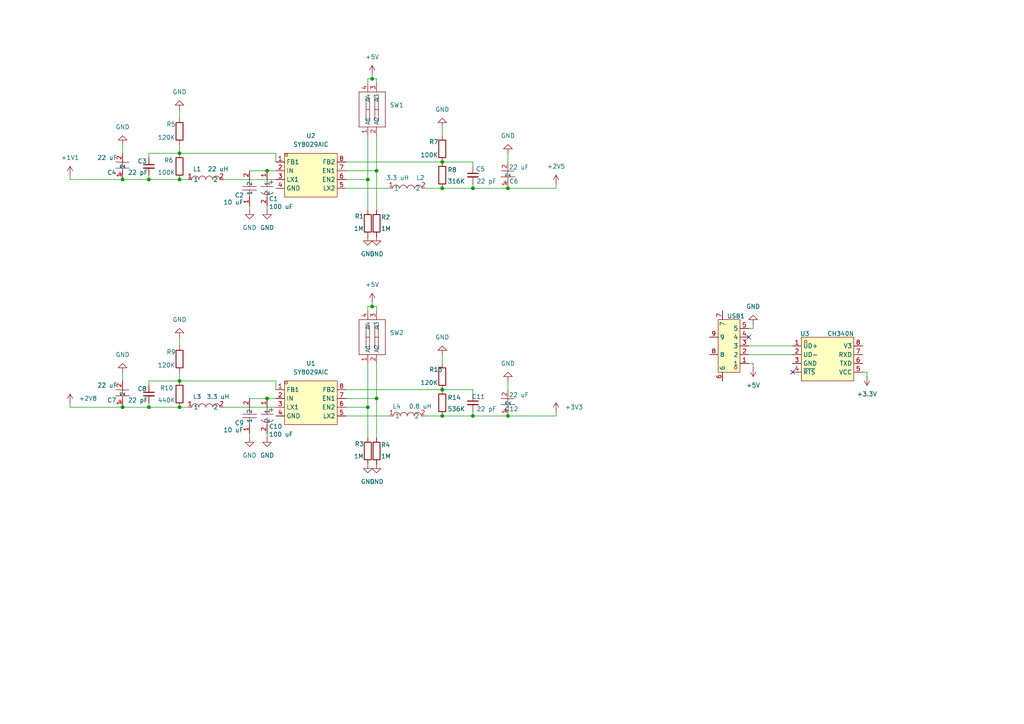
<source format=kicad_sch>
(kicad_sch (version 20250114) (generator "eeschema") (generator_version "9.0")
  (paper "A4")
  (lib_symbols
    (symbol "0.8uH-inductor:XR1040-R80M"
      (property "Reference" "U" (at 0 5.08 0))
      (property "Value" "XR1040-R80M" (at 0 -5.08 0))
      (symbol "XR1040-R80M_0_1"
        (arc (start -4.06 -0.01) (mid -2.83 0.99) (end -2.03 0.01))
        (arc (start -2.03 -0.01) (mid -0.8 0.99) (end 0 0.01))
        (arc (start 0 -0.01) (mid 1.23 0.99) (end 2.03 0.01))
        (arc (start 2.03 -0.01) (mid 3.26 0.99) (end 4.06 0.01))
        (pin unspecified line (at -5.08 0 0) (length 1.016) (name "1") (number "1"))
        (pin unspecified line (at 5.08 0 180) (length 1.016) (name "2") (number "2"))
      )
    )
    (symbol "100uF-capacitor:RST100UF16V003"
      (property "Reference" "C" (at 0 5.08 0))
      (property "Value" "RST100UF16V003" (at 0 -5.08 0))
      (symbol "RST100UF16V003_0_1"
        (polyline (pts (xy -2.54 0) (xy -0.51 0)))
        (polyline (pts (xy -2.29 1.27) (xy -1.27 1.27)))
        (polyline (pts (xy -1.78 1.78) (xy -1.78 0.76)))
        (arc (start 1.15 1.79) (mid 1.8578 0.0159) (end 1.13 -1.75))
        (polyline (pts (xy -0.51 1.78) (xy -0.51 -1.78)))
        (polyline (pts (xy 0.51 0) (xy 2.54 0)))
        (pin input line (at -5.08 0 0) (length 2.54) (name "1") (number "1"))
        (pin input line (at 5.08 0 180) (length 2.54) (name "2") (number "2"))
      )
    )
    (symbol "10uF-capacitor:CL10A106KP8NNNC"
      (property "Reference" "C" (at 0 5.08 0))
      (property "Value" "CL10A106KP8NNNC" (at 0 -5.08 0))
      (symbol "CL10A106KP8NNNC_0_1"
        (polyline (pts (xy -0.51 0) (xy -2.54 0)))
        (polyline (pts (xy -0.51 -2.03) (xy -0.51 2.03)))
        (polyline (pts (xy 0.51 2.03) (xy 0.51 -2.03)))
        (polyline (pts (xy 2.54 0) (xy 0.51 0)))
        (pin unspecified line (at -5.08 0 0) (length 2.54) (name "1") (number "1"))
        (pin unspecified line (at 5.08 0 180) (length 2.54) (name "2") (number "2"))
      )
    )
    (symbol "22uF-capacitor:VZH220M0J0406-TRO"
      (property "Reference" "C" (at 0 5.08 0))
      (property "Value" "VZH220M0J0406-TRO" (at 0 -5.08 0))
      (symbol "VZH220M0J0406-TRO_0_1"
        (polyline (pts (xy -3.81 0.76) (xy -2.79 0.76)))
        (polyline (pts (xy -3.3 1.27) (xy -3.3 0.25)))
        (polyline (pts (xy -2.54 0) (xy -1.78 0)))
        (polyline (pts (xy -1.78 2.03) (xy -1.78 -2.03)))
        (polyline (pts (xy -0.76 0) (xy 0 0)))
        (arc (start -0.06 -1.83) (mid -0.082 0.0626) (end 0.06 1.95))
        (pin input line (at -5.08 0 0) (length 2.54) (name "1") (number "1"))
        (pin input line (at 2.54 0 180) (length 2.54) (name "2") (number "2"))
      )
    )
    (symbol "22uH-inductor:MDA1365-220M"
      (property "Reference" "L" (at 0 5.08 0))
      (property "Value" "MDA1365-220M" (at 0 -5.08 0))
      (symbol "MDA1365-220M_0_1"
        (arc (start -4.06 -0.01) (mid -2.83 0.99) (end -2.03 0.01))
        (arc (start -2.03 -0.01) (mid -0.8 0.99) (end 0 0.01))
        (arc (start 0 -0.01) (mid 1.23 0.99) (end 2.03 0.01))
        (arc (start 2.03 -0.01) (mid 3.26 0.99) (end 4.06 0.01))
        (pin unspecified line (at -5.08 0 0) (length 1.016) (name "1") (number "1"))
        (pin unspecified line (at 5.08 0 180) (length 1.016) (name "2") (number "2"))
      )
    )
    (symbol "3.3uH-inductor:FXL0420-3R3-M"
      (property "Reference" "L" (at 0 5.08 0))
      (property "Value" "FXL0420-3R3-M" (at 0 -5.08 0))
      (symbol "FXL0420-3R3-M_0_1"
        (arc (start -2.27 -0.02) (mid -3.28 -0.937) (end -4.29 -0.02))
        (arc (start -0.11 -0.02) (mid -1.12 -0.937) (end -2.13 -0.02))
        (arc (start 2.04 -0.02) (mid 1.03 -0.937) (end 0.02 -0.02))
        (arc (start 4.23 -0.02) (mid 3.22 -0.9448) (end 2.21 -0.02))
        (pin unspecified line (at -5.08 0 0) (length 0.762) (name "1") (number "1"))
        (pin unspecified line (at 5.08 0 180) (length 0.762) (name "2") (number "2"))
      )
    )
    (symbol "DIP-switch:KF1027B-02P-G00-ON-01B"
      (property "Reference" "SW" (at 0 12.7 0))
      (property "Value" "KF1027B-02P-G00-ON-01B" (at 0 -12.7 0))
      (symbol "KF1027B-02P-G00-ON-01B_0_1"
        (polyline (pts (xy -5.08 5.08) (xy -5.08 -5.08)))
        (polyline (pts (xy -5.08 -5.08) (xy 2.54 -5.08)))
        (polyline (pts (xy -3.05 3.3) (xy -2.03 3.3)))
        (polyline (pts (xy -3.05 0) (xy -2.03 0)))
        (polyline (pts (xy -3.05 -3.3) (xy -3.05 3.3)))
        (polyline (pts (xy -2.03 3.3) (xy -2.03 -3.3)))
        (polyline (pts (xy -2.03 -3.3) (xy -3.05 -3.3)))
        (polyline (pts (xy -0.51 3.3) (xy 0.51 3.3)))
        (polyline (pts (xy -0.51 0) (xy 0.51 0)))
        (polyline (pts (xy -0.51 -3.3) (xy -0.51 3.3)))
        (polyline (pts (xy 0.51 3.3) (xy 0.51 -3.3)))
        (polyline (pts (xy 0.51 -3.3) (xy -0.51 -3.3)))
        (polyline (pts (xy 2.54 -5.08) (xy 2.54 5.08) (xy -5.08 5.08)))
        (pin input line (at -2.54 7.62 270) (length 2.54) (name "A4") (number "4"))
        (pin input line (at -2.54 -7.62 90) (length 2.54) (name "A1") (number "1"))
        (pin input line (at 0 7.62 270) (length 2.54) (name "A3") (number "3"))
        (pin input line (at 0 -7.62 90) (length 2.54) (name "A2") (number "2"))
      )
    )
    (symbol "Device:C_Small" (pin_numbers (hide yes)) (pin_names (offset 0.254) (hide yes))
      (property "Reference" "C" (at 0.254 1.778 0))
      (property "Value" "C_Small" (at 0.254 -2.032 0))
      (symbol "C_Small_0_1"
        (polyline (pts (xy -1.524 0.508) (xy 1.524 0.508)) (stroke (width 0.3048)))
        (polyline (pts (xy -1.524 -0.508) (xy 1.524 -0.508)) (stroke (width 0.3302)))
      )
      (symbol "C_Small_1_1"
        (pin passive line (at 0 2.54 270) (length 2.032) (name "~") (number "1"))
        (pin passive line (at 0 -2.54 90) (length 2.032) (name "~") (number "2"))
      )
    )
    (symbol "Device:R" (pin_numbers (hide yes)) (pin_names (offset 0))
      (property "Reference" "R" (at 2.032 0 90))
      (property "Value" "R" (at 0 0 90))
      (symbol "R_0_1"
        (rectangle (start -1.016 -2.54) (end 1.016 2.54) (stroke (width 0.254)))
      )
      (symbol "R_1_1"
        (pin passive line (at 0 3.81 270) (length 1.27) (name "~") (number "1"))
        (pin passive line (at 0 -3.81 90) (length 1.27) (name "~") (number "2"))
      )
    )
    (symbol "Stepdown-converter:SY8029AIC"
      (property "Reference" "U" (at 0 8.89 0))
      (property "Value" "SY8029AIC" (at 0 -8.89 0))
      (symbol "SY8029AIC_0_1"
        (rectangle (start -7.62 6.35) (end 7.62 -6.35) (fill (type background)))
        (circle (center -7.11 5.84) (radius 0.38))
        (pin unspecified line (at -10.16 3.81 0) (length 2.54) (name "FB1") (number "1"))
        (pin unspecified line (at -10.16 1.27 0) (length 2.54) (name "IN") (number "2"))
        (pin unspecified line (at -10.16 -1.27 0) (length 2.54) (name "LX1") (number "3"))
        (pin unspecified line (at -10.16 -3.81 0) (length 2.54) (name "GND") (number "4"))
        (pin unspecified line (at 10.16 3.81 180) (length 2.54) (name "FB2") (number "8"))
        (pin unspecified line (at 10.16 1.27 180) (length 2.54) (name "EN1") (number "7"))
        (pin unspecified line (at 10.16 -1.27 180) (length 2.54) (name "EN2") (number "6"))
        (pin unspecified line (at 10.16 -3.81 180) (length 2.54) (name "LX2") (number "5"))
      )
    )
    (symbol "USB-to-UART:CH340N_C2977777"
      (property "Reference" "U" (at 0 10.16 0))
      (property "Value" "CH340N_C2977777" (at 0 -7.62 0))
      (symbol "CH340N_C2977777_0_1"
        (rectangle (start -7.62 7.62) (end 7.62 -5.08) (fill (type background)))
        (circle (center -6.35 6.35) (radius 0.38))
        (pin unspecified line (at -10.16 5.08 0) (length 2.54) (name "UD+") (number "1"))
        (pin unspecified line (at -10.16 2.54 0) (length 2.54) (name "UD-") (number "2"))
        (pin unspecified line (at -10.16 0 0) (length 2.54) (name "GND") (number "3"))
        (pin unspecified line (at -10.16 -2.54 0) (length 2.54) (name "~{RTS}") (number "4"))
        (pin unspecified line (at 10.16 5.08 180) (length 2.54) (name "V3") (number "8"))
        (pin unspecified line (at 10.16 2.54 180) (length 2.54) (name "RXD") (number "7"))
        (pin unspecified line (at 10.16 0 180) (length 2.54) (name "TXD") (number "6"))
        (pin unspecified line (at 10.16 -2.54 180) (length 2.54) (name "VCC") (number "5"))
      )
    )
    (symbol "USB:USB-MR-D-019"
      (property "Reference" "USB" (at 0 15.24 0))
      (property "Value" "USB-MR-D-019" (at 0 -15.24 0))
      (symbol "USB-MR-D-019_0_1"
        (rectangle (start -2.54 7.62) (end 3.81 -7.62) (fill (type background)))
        (circle (center -1.27 6.35) (radius 0.38))
        (pin unspecified line (at -5.08 5.08 0) (length 2.54) (name "1") (number "1"))
        (pin unspecified line (at -5.08 2.54 0) (length 2.54) (name "2") (number "2"))
        (pin unspecified line (at -5.08 0 0) (length 2.54) (name "3") (number "3"))
        (pin unspecified line (at -5.08 -2.54 0) (length 2.54) (name "4") (number "4"))
        (pin unspecified line (at -5.08 -5.08 0) (length 2.54) (name "5") (number "5"))
        (pin unspecified line (at 2.54 10.16 270) (length 2.54) (name "6") (number "6"))
        (pin unspecified line (at 2.54 -10.16 90) (length 2.54) (name "7") (number "7"))
        (pin unspecified line (at 6.35 2.54 180) (length 2.54) (name "8") (number "8"))
        (pin unspecified line (at 6.35 -2.54 180) (length 2.54) (name "9") (number "9"))
      )
    )
    (symbol "power:+1V1" (power) (pin_numbers (hide yes)) (pin_names (offset 0) (hide yes))
      (property "Value" "+1V1" (at 0 3.556 0))
      (symbol "+1V1_0_1"
        (polyline (pts (xy -0.762 1.27) (xy 0 2.54)))
        (polyline (pts (xy 0 2.54) (xy 0.762 1.27)))
        (polyline (pts (xy 0 0) (xy 0 2.54)))
      )
      (symbol "+1V1_1_1"
        (pin power_in line (at 0 0 90) (length 0) (name "~") (number "1"))
      )
    )
    (symbol "power:+3.3V" (power) (pin_numbers (hide yes)) (pin_names (offset 0) (hide yes))
      (property "Value" "+3.3V" (at 0 3.556 0))
      (symbol "+3.3V_0_1"
        (polyline (pts (xy -0.762 1.27) (xy 0 2.54)))
        (polyline (pts (xy 0 2.54) (xy 0.762 1.27)))
        (polyline (pts (xy 0 0) (xy 0 2.54)))
      )
      (symbol "+3.3V_1_1"
        (pin power_in line (at 0 0 90) (length 0) (name "~") (number "1"))
      )
    )
    (symbol "power:+5V" (power) (pin_numbers (hide yes)) (pin_names (offset 0) (hide yes))
      (property "Value" "+5V" (at 0 3.556 0))
      (symbol "+5V_0_1"
        (polyline (pts (xy -0.762 1.27) (xy 0 2.54)))
        (polyline (pts (xy 0 2.54) (xy 0.762 1.27)))
        (polyline (pts (xy 0 0) (xy 0 2.54)))
      )
      (symbol "+5V_1_1"
        (pin power_in line (at 0 0 90) (length 0) (name "~") (number "1"))
      )
    )
    (symbol "power:GND" (power) (pin_numbers (hide yes)) (pin_names (offset 0) (hide yes))
      (property "Value" "GND" (at 0 -3.81 0))
      (symbol "GND_0_1"
        (polyline (pts (xy 0 0) (xy 0 -1.27) (xy 1.27 -1.27) (xy 0 -2.54) (xy -1.27 -1.27) (xy 0 -1.27)))
      )
      (symbol "GND_1_1"
        (pin power_in line (at 0 0 270) (length 0) (name "~") (number "1"))
      )
    )
  )
  (junction (at 77.47 49.53))
  (junction (at 109.22 115.57))
  (junction (at 128.27 46.99))
  (junction (at 107.95 88.9))
  (junction (at 43.18 52.07))
  (junction (at 128.27 113.03))
  (junction (at 52.07 52.07))
  (junction (at 137.16 120.65))
  (junction (at 106.68 118.11))
  (junction (at 128.27 54.61))
  (junction (at 35.56 118.11))
  (junction (at 43.18 118.11))
  (junction (at 35.56 52.07))
  (junction (at 107.95 22.86))
  (junction (at 52.07 44.45))
  (junction (at 77.47 115.57))
  (junction (at 52.07 110.49))
  (junction (at 137.16 54.61))
  (junction (at 147.32 120.65))
  (junction (at 106.68 52.07))
  (junction (at 147.32 54.61))
  (junction (at 109.22 49.53))
  (junction (at 52.07 118.11))
  (junction (at 128.27 120.65))
  (no_connect (at 217.17 97.79))
  (no_connect (at 229.87 107.95))
  (wire (pts (xy 137.16 120.65) (xy 137.16 119.38)))
  (wire (pts (xy 100.33 113.03) (xy 128.27 113.03)))
  (wire (pts (xy 64.77 52.07) (xy 80.01 52.07)))
  (wire (pts (xy 106.68 88.9) (xy 107.95 88.9)))
  (wire (pts (xy 100.33 46.99) (xy 128.27 46.99)))
  (wire (pts (xy 77.47 115.57) (xy 80.01 115.57)))
  (wire (pts (xy 107.95 87.63) (xy 107.95 88.9)))
  (wire (pts (xy 128.27 54.61) (xy 137.16 54.61)))
  (wire (pts (xy 52.07 97.79) (xy 52.07 100.33)))
  (wire (pts (xy 109.22 60.96) (xy 109.22 49.53)))
  (wire (pts (xy 128.27 120.65) (xy 137.16 120.65)))
  (wire (pts (xy 109.22 115.57) (xy 100.33 115.57)))
  (wire (pts (xy 80.01 46.99) (xy 80.01 44.45)))
  (wire (pts (xy 218.44 106.68) (xy 218.44 105.41)))
  (wire (pts (xy 80.01 110.49) (xy 52.07 110.49)))
  (wire (pts (xy 106.68 118.11) (xy 100.33 118.11)))
  (wire (pts (xy 161.29 120.65) (xy 147.32 120.65)))
  (wire (pts (xy 109.22 105.41) (xy 109.22 115.57)))
  (wire (pts (xy 217.17 100.33) (xy 229.87 100.33)))
  (wire (pts (xy 137.16 54.61) (xy 147.32 54.61)))
  (wire (pts (xy 161.29 54.61) (xy 147.32 54.61)))
  (wire (pts (xy 106.68 127) (xy 106.68 118.11)))
  (wire (pts (xy 80.01 44.45) (xy 52.07 44.45)))
  (wire (pts (xy 35.56 107.95) (xy 35.56 110.49)))
  (wire (pts (xy 64.77 118.11) (xy 80.01 118.11)))
  (wire (pts (xy 218.44 95.25) (xy 218.44 93.98)))
  (wire (pts (xy 106.68 60.96) (xy 106.68 52.07)))
  (wire (pts (xy 35.56 41.91) (xy 35.56 44.45)))
  (wire (pts (xy 128.27 113.03) (xy 137.16 113.03)))
  (wire (pts (xy 123.19 54.61) (xy 128.27 54.61)))
  (wire (pts (xy 72.39 59.69) (xy 72.39 60.96)))
  (wire (pts (xy 137.16 46.99) (xy 137.16 48.26)))
  (wire (pts (xy 20.32 118.11) (xy 35.56 118.11)))
  (wire (pts (xy 100.33 120.65) (xy 113.03 120.65)))
  (wire (pts (xy 128.27 102.87) (xy 128.27 105.41)))
  (wire (pts (xy 109.22 90.17) (xy 109.22 88.9)))
  (wire (pts (xy 20.32 50.8) (xy 20.32 52.07)))
  (wire (pts (xy 137.16 120.65) (xy 147.32 120.65)))
  (wire (pts (xy 100.33 54.61) (xy 113.03 54.61)))
  (wire (pts (xy 128.27 46.99) (xy 137.16 46.99)))
  (wire (pts (xy 109.22 24.13) (xy 109.22 22.86)))
  (wire (pts (xy 106.68 52.07) (xy 100.33 52.07)))
  (wire (pts (xy 218.44 105.41) (xy 217.17 105.41)))
  (wire (pts (xy 106.68 39.37) (xy 106.68 52.07)))
  (wire (pts (xy 107.95 21.59) (xy 107.95 22.86)))
  (wire (pts (xy 147.32 110.49) (xy 147.32 113.03)))
  (wire (pts (xy 43.18 110.49) (xy 52.07 110.49)))
  (wire (pts (xy 43.18 111.76) (xy 43.18 110.49)))
  (wire (pts (xy 106.68 105.41) (xy 106.68 118.11)))
  (wire (pts (xy 72.39 49.53) (xy 77.47 49.53)))
  (wire (pts (xy 128.27 36.83) (xy 128.27 39.37)))
  (wire (pts (xy 20.32 52.07) (xy 35.56 52.07)))
  (wire (pts (xy 137.16 54.61) (xy 137.16 53.34)))
  (wire (pts (xy 52.07 31.75) (xy 52.07 34.29)))
  (wire (pts (xy 250.19 107.95) (xy 251.46 107.95)))
  (wire (pts (xy 109.22 39.37) (xy 109.22 49.53)))
  (wire (pts (xy 77.47 49.53) (xy 80.01 49.53)))
  (wire (pts (xy 52.07 107.95) (xy 52.07 110.49)))
  (wire (pts (xy 106.68 22.86) (xy 107.95 22.86)))
  (wire (pts (xy 35.56 118.11) (xy 43.18 118.11)))
  (wire (pts (xy 147.32 44.45) (xy 147.32 46.99)))
  (wire (pts (xy 52.07 52.07) (xy 54.61 52.07)))
  (wire (pts (xy 20.32 116.84) (xy 20.32 118.11)))
  (wire (pts (xy 217.17 102.87) (xy 229.87 102.87)))
  (wire (pts (xy 109.22 88.9) (xy 107.95 88.9)))
  (wire (pts (xy 43.18 44.45) (xy 52.07 44.45)))
  (wire (pts (xy 43.18 45.72) (xy 43.18 44.45)))
  (wire (pts (xy 109.22 127) (xy 109.22 115.57)))
  (wire (pts (xy 52.07 118.11) (xy 54.61 118.11)))
  (wire (pts (xy 80.01 113.03) (xy 80.01 110.49)))
  (wire (pts (xy 77.47 59.69) (xy 77.47 60.96)))
  (wire (pts (xy 161.29 119.38) (xy 161.29 120.65)))
  (wire (pts (xy 77.47 125.73) (xy 77.47 127)))
  (wire (pts (xy 109.22 22.86) (xy 107.95 22.86)))
  (wire (pts (xy 217.17 95.25) (xy 218.44 95.25)))
  (wire (pts (xy 106.68 90.17) (xy 106.68 88.9)))
  (wire (pts (xy 251.46 107.95) (xy 251.46 109.22)))
  (wire (pts (xy 137.16 113.03) (xy 137.16 114.3)))
  (wire (pts (xy 52.07 41.91) (xy 52.07 44.45)))
  (wire (pts (xy 72.39 125.73) (xy 72.39 127)))
  (wire (pts (xy 35.56 52.07) (xy 43.18 52.07)))
  (wire (pts (xy 72.39 115.57) (xy 77.47 115.57)))
  (wire (pts (xy 43.18 118.11) (xy 52.07 118.11)))
  (wire (pts (xy 43.18 52.07) (xy 52.07 52.07)))
  (wire (pts (xy 161.29 53.34) (xy 161.29 54.61)))
  (wire (pts (xy 109.22 49.53) (xy 100.33 49.53)))
  (wire (pts (xy 43.18 50.8) (xy 43.18 52.07)))
  (wire (pts (xy 43.18 116.84) (xy 43.18 118.11)))
  (wire (pts (xy 106.68 24.13) (xy 106.68 22.86)))
  (wire (pts (xy 123.19 120.65) (xy 128.27 120.65)))
  (symbol (lib_id "Stepdown-converter:SY8029AIC") (at 90.17 50.8 0) (unit 1)
    (property "Reference" "U2" (at 90.17 39.37 0))
    (property "Value" "SY8029AIC" (at 90.17 41.91 0))
    (property "Footprint" "Stepdown-converter:SOT-23-8_L3.0-W1.7-P0.65-LS2.8-BL" (effects (hide yes)))
    (property "Datasheet" "https://lcsc.com/product-detail/Others_Silergy-Corp_SY8029AIC_Silergy-Corp-SY8029AIC_C207636.html" (effects (hide yes)))
    (property "LCSC Part" "C207636" (effects (hide yes)))
  )
  (symbol (lib_id "Device:R") (at 52.07 104.14 0) (unit 1)
    (property "Reference" "R9" (at 48.26 102.108 0) (effects (justify left)))
    (property "Value" "120K" (at 45.72 105.918 0) (effects (justify left)))
    (property "Footprint" "Resistor_SMD:R_0603_1608Metric_Pad0.98x0.95mm_HandSolder" (effects (hide yes)))
    (property "Description" "Resistor" (effects (hide yes)))
  )
  (symbol (lib_id "Stepdown-converter:SY8029AIC") (at 90.17 116.84 0) (unit 1)
    (property "Reference" "U1" (at 90.17 105.41 0))
    (property "Value" "SY8029AIC" (at 90.17 107.95 0))
    (property "Footprint" "Stepdown-converter:SOT-23-8_L3.0-W1.7-P0.65-LS2.8-BL" (effects (hide yes)))
    (property "Datasheet" "https://lcsc.com/product-detail/Others_Silergy-Corp_SY8029AIC_Silergy-Corp-SY8029AIC_C207636.html" (effects (hide yes)))
    (property "LCSC Part" "C207636" (effects (hide yes)))
  )
  (symbol (lib_id "Device:R") (at 128.27 43.18 0) (unit 1)
    (property "Reference" "R7" (at 124.46 41.148 0) (effects (justify left)))
    (property "Value" "100K" (at 121.92 44.958 0) (effects (justify left)))
    (property "Footprint" "Resistor_SMD:R_0603_1608Metric_Pad0.98x0.95mm_HandSolder" (effects (hide yes)))
    (property "Description" "Resistor" (effects (hide yes)))
  )
  (symbol (lib_id "power:GND") (at 35.56 107.95 0) (mirror x) (unit 1)
    (property "Reference" "#PWR018" (effects (hide yes)))
    (property "Value" "GND" (at 35.56 102.87 0))
    (property "Description" "Power symbol creates a global label with name \"GND\" , ground" (effects (hide yes)))
  )
  (symbol (lib_id "100uF-capacitor:RST100UF16V003") (at 77.47 120.65 270) (unit 1)
    (property "Reference" "C10" (at 77.978 123.698 90) (effects (justify left)))
    (property "Value" "100 uF" (at 77.978 125.984 90) (effects (justify left)))
    (property "Footprint" "100uF-capacitor:CAP-SMD_BD6.3-L6.6-W6.6-FD" (effects (hide yes)))
    (property "LCSC Part" "C4747963" (effects (hide yes)))
  )
  (symbol (lib_id "Device:R") (at 106.68 130.81 0) (unit 1)
    (property "Reference" "R3" (at 102.87 128.778 0) (effects (justify left)))
    (property "Value" "1M" (at 102.616 132.334 0) (effects (justify left)))
    (property "Footprint" "Resistor_SMD:R_0603_1608Metric_Pad0.98x0.95mm_HandSolder" (effects (hide yes)))
    (property "Description" "Resistor" (effects (hide yes)))
  )
  (symbol (lib_id "Device:R") (at 128.27 109.22 0) (unit 1)
    (property "Reference" "R13" (at 124.46 107.188 0) (effects (justify left)))
    (property "Value" "120K" (at 121.92 110.998 0) (effects (justify left)))
    (property "Footprint" "Resistor_SMD:R_0603_1608Metric_Pad0.98x0.95mm_HandSolder" (effects (hide yes)))
    (property "Description" "Resistor" (effects (hide yes)))
  )
  (symbol (lib_id "power:+1V1") (at 20.32 116.84 0) (unit 1)
    (property "Reference" "#PWR017" (effects (hide yes)))
    (property "Value" "+2V8" (at 22.86 115.5699 0) (effects (justify left)))
    (property "Description" "Power symbol creates a global label with name \"+1V1\"" (effects (hide yes)))
  )
  (symbol (lib_id "power:GND") (at 72.39 127 0) (mirror y) (unit 1)
    (property "Reference" "#PWR020" (effects (hide yes)))
    (property "Value" "GND" (at 72.39 132.08 0))
    (property "Description" "Power symbol creates a global label with name \"GND\" , ground" (effects (hide yes)))
  )
  (symbol (lib_id "power:+1V1") (at 161.29 53.34 0) (unit 1)
    (property "Reference" "#PWR016" (effects (hide yes)))
    (property "Value" "+2V5" (at 161.29 48.26 0))
    (property "Description" "Power symbol creates a global label with name \"+1V1\"" (effects (hide yes)))
  )
  (symbol (lib_id "10uF-capacitor:CL10A106KP8NNNC") (at 72.39 54.61 90) (unit 1)
    (property "Reference" "C2" (at 68.072 56.642 90) (effects (justify right)))
    (property "Value" "10 uF" (at 64.77 58.674 90) (effects (justify right)))
    (property "Footprint" "10uF-capacitor:C0603" (effects (hide yes)))
    (property "Datasheet" "https://lcsc.com/product-detail/Multilayer-Ceramic-Capacitors-MLCC-SMD-SMT_SAMSUNG_CL10A106KP8NNNC_10uF-106-10-10V_C19702.html" (effects (hide yes)))
    (property "LCSC Part" "C19702" (effects (hide yes)))
  )
  (symbol (lib_id "Device:R") (at 52.07 48.26 0) (unit 1)
    (property "Reference" "R6" (at 50.292 46.482 0) (effects (justify right)))
    (property "Value" "100K" (at 45.72 50.038 0) (effects (justify left)))
    (property "Footprint" "Resistor_SMD:R_0603_1608Metric_Pad0.98x0.95mm_HandSolder" (effects (hide yes)))
    (property "Description" "Resistor" (effects (hide yes)))
  )
  (symbol (lib_id "power:GND") (at 147.32 110.49 0) (mirror x) (unit 1)
    (property "Reference" "#PWR026" (effects (hide yes)))
    (property "Value" "GND" (at 147.32 105.41 0))
    (property "Description" "Power symbol creates a global label with name \"GND\" , ground" (effects (hide yes)))
  )
  (symbol (lib_id "DIP-switch:KF1027B-02P-G00-ON-01B") (at 109.22 31.75 0) (unit 1)
    (property "Reference" "SW1" (at 113.03 30.4799 0) (effects (justify left)))
    (property "Value" "KF1027B-02P-G00-ON-01B" (effects (hide yes)))
    (property "Footprint" "DIP-switch:SW-SMD_4P-L6.1-W6.2-P2.54-LS10.0" (effects (hide yes)))
    (property "LCSC Part" "C976364" (effects (hide yes)))
  )
  (symbol (lib_id "10uF-capacitor:CL10A106KP8NNNC") (at 72.39 120.65 90) (unit 1)
    (property "Reference" "C9" (at 68.072 122.682 90) (effects (justify right)))
    (property "Value" "10 uF" (at 64.77 124.714 90) (effects (justify right)))
    (property "Footprint" "10uF-capacitor:C0603" (effects (hide yes)))
    (property "Datasheet" "https://lcsc.com/product-detail/Multilayer-Ceramic-Capacitors-MLCC-SMD-SMT_SAMSUNG_CL10A106KP8NNNC_10uF-106-10-10V_C19702.html" (effects (hide yes)))
    (property "LCSC Part" "C19702" (effects (hide yes)))
  )
  (symbol (lib_id "power:GND") (at 218.44 93.98 180) (unit 1)
    (property "Reference" "#PWR06" (effects (hide yes)))
    (property "Value" "GND" (at 218.44 88.9 0))
    (property "Description" "Power symbol creates a global label with name \"GND\" , ground" (effects (hide yes)))
  )
  (symbol (lib_id "power:GND") (at 52.07 31.75 0) (mirror x) (unit 1)
    (property "Reference" "#PWR09" (effects (hide yes)))
    (property "Value" "GND" (at 52.07 26.67 0))
    (property "Description" "Power symbol creates a global label with name \"GND\" , ground" (effects (hide yes)))
  )
  (symbol (lib_id "Device:R") (at 109.22 64.77 0) (unit 1)
    (property "Reference" "R2" (at 110.49 62.992 0) (effects (justify left)))
    (property "Value" "1M" (at 110.49 66.294 0) (effects (justify left)))
    (property "Footprint" "Resistor_SMD:R_0603_1608Metric_Pad0.98x0.95mm_HandSolder" (effects (hide yes)))
    (property "Description" "Resistor" (effects (hide yes)))
  )
  (symbol (lib_id "Device:R") (at 128.27 116.84 0) (unit 1)
    (property "Reference" "R14" (at 129.794 115.316 0) (effects (justify left)))
    (property "Value" "536K" (at 129.794 118.618 0) (effects (justify left)))
    (property "Footprint" "Resistor_SMD:R_0603_1608Metric_Pad0.98x0.95mm_HandSolder" (effects (hide yes)))
    (property "Description" "Resistor" (effects (hide yes)))
  )
  (symbol (lib_id "Device:R") (at 52.07 114.3 0) (unit 1)
    (property "Reference" "R10" (at 50.292 112.522 0) (effects (justify right)))
    (property "Value" "440K" (at 45.72 116.078 0) (effects (justify left)))
    (property "Footprint" "Resistor_SMD:R_0603_1608Metric_Pad0.98x0.95mm_HandSolder" (effects (hide yes)))
    (property "Description" "Resistor" (effects (hide yes)))
  )
  (symbol (lib_id "Device:R") (at 52.07 38.1 0) (unit 1)
    (property "Reference" "R5" (at 48.26 36.068 0) (effects (justify left)))
    (property "Value" "120K" (at 45.72 39.878 0) (effects (justify left)))
    (property "Footprint" "Resistor_SMD:R_0603_1608Metric_Pad0.98x0.95mm_HandSolder" (effects (hide yes)))
    (property "Description" "Resistor" (effects (hide yes)))
  )
  (symbol (lib_id "100uF-capacitor:RST100UF16V003") (at 77.47 54.61 270) (unit 1)
    (property "Reference" "C1" (at 77.978 57.658 90) (effects (justify left)))
    (property "Value" "100 uF" (at 77.978 59.944 90) (effects (justify left)))
    (property "Footprint" "100uF-capacitor:CAP-SMD_BD6.3-L6.6-W6.6-FD" (effects (hide yes)))
    (property "LCSC Part" "C4747963" (effects (hide yes)))
  )
  (symbol (lib_id "Device:C_Small") (at 137.16 116.84 0) (mirror y) (unit 1)
    (property "Reference" "C11" (at 140.716 115.062 0) (effects (justify left)))
    (property "Value" "22 pF" (at 144.018 118.618 0) (effects (justify left)))
    (property "Footprint" "Capacitor_SMD:C_0603_1608Metric_Pad1.08x0.95mm_HandSolder" (effects (hide yes)))
    (property "Description" "Unpolarized capacitor, small symbol" (effects (hide yes)))
  )
  (symbol (lib_id "power:GND") (at 147.32 44.45 0) (mirror x) (unit 1)
    (property "Reference" "#PWR015" (effects (hide yes)))
    (property "Value" "GND" (at 147.32 39.37 0))
    (property "Description" "Power symbol creates a global label with name \"GND\" , ground" (effects (hide yes)))
  )
  (symbol (lib_id "0.8uH-inductor:XR1040-R80M") (at 118.11 120.65 0) (unit 1)
    (property "Reference" "L4" (at 115.062 117.856 0))
    (property "Value" "0.8 uH" (at 121.92 117.856 0))
    (property "Footprint" "0.8uH-inductor:IND-SMD_L11.5-W10.0_PSPMAA1040H-330M-ANP" (effects (hide yes)))
    (property "LCSC Part" "C5339442" (effects (hide yes)))
  )
  (symbol (lib_id "power:GND") (at 77.47 60.96 0) (mirror y) (unit 1)
    (property "Reference" "#PWR010" (effects (hide yes)))
    (property "Value" "GND" (at 77.47 66.04 0))
    (property "Description" "Power symbol creates a global label with name \"GND\" , ground" (effects (hide yes)))
  )
  (symbol (lib_id "Device:C_Small") (at 43.18 114.3 0) (unit 1)
    (property "Reference" "C8" (at 39.878 112.776 0) (effects (justify left)))
    (property "Value" "22 pF" (at 37.084 116.078 0) (effects (justify left)))
    (property "Footprint" "Capacitor_SMD:C_0603_1608Metric_Pad1.08x0.95mm_HandSolder" (effects (hide yes)))
    (property "Description" "Unpolarized capacitor, small symbol" (effects (hide yes)))
  )
  (symbol (lib_id "3.3uH-inductor:FXL0420-3R3-M") (at 118.11 54.61 0) (mirror x) (unit 1)
    (property "Reference" "L2" (at 121.92 51.562 0))
    (property "Value" "3.3 uH" (at 115.316 51.562 0))
    (property "Footprint" "3.3uH-inductor:IND-SMD_L4.4-W4.2-A" (effects (hide yes)))
    (property "Datasheet" "https://lcsc.com/product-detail/Power-Inductors_3-3uH-20_C167207.html" (effects (hide yes)))
    (property "LCSC Part" "C167207" (effects (hide yes)))
  )
  (symbol (lib_id "22uF-capacitor:VZH220M0J0406-TRO") (at 147.32 115.57 90) (unit 1)
    (property "Reference" "C12" (at 150.368 118.618 90) (effects (justify left)))
    (property "Value" "22 uF" (at 153.416 114.554 90) (effects (justify left)))
    (property "Footprint" "22uF-capacitor:CAP-SMD_BD4.0-L4.3-W4.3-LS5.1-FD" (effects (hide yes)))
    (property "Datasheet" "https://lcsc.com/product-detail/Others_Lelon-VZH220M0J0406-TRO_C249861.html" (effects (hide yes)))
    (property "LCSC Part" "C249861" (effects (hide yes)))
  )
  (symbol (lib_id "power:GND") (at 106.68 68.58 0) (unit 1)
    (property "Reference" "#PWR01" (effects (hide yes)))
    (property "Value" "GND" (at 106.68 73.66 0))
    (property "Description" "Power symbol creates a global label with name \"GND\" , ground" (effects (hide yes)))
  )
  (symbol (lib_id "power:GND") (at 77.47 127 0) (mirror y) (unit 1)
    (property "Reference" "#PWR021" (effects (hide yes)))
    (property "Value" "GND" (at 77.47 132.08 0))
    (property "Description" "Power symbol creates a global label with name \"GND\" , ground" (effects (hide yes)))
  )
  (symbol (lib_id "22uH-inductor:MDA1365-220M") (at 59.69 118.11 0) (unit 1)
    (property "Reference" "L3" (at 57.15 115.062 0))
    (property "Value" "3.3 uH" (at 63.246 115.062 0))
    (property "Footprint" "3.3uH-inductor:IND-SMD_L4.4-W4.2-A" (effects (hide yes)))
    (property "LCSC Part" "C2847585" (effects (hide yes)))
  )
  (symbol (lib_id "power:GND") (at 72.39 60.96 0) (mirror y) (unit 1)
    (property "Reference" "#PWR011" (effects (hide yes)))
    (property "Value" "GND" (at 72.39 66.04 0))
    (property "Description" "Power symbol creates a global label with name \"GND\" , ground" (effects (hide yes)))
  )
  (symbol (lib_id "Device:C_Small") (at 43.18 48.26 0) (unit 1)
    (property "Reference" "C3" (at 39.878 46.736 0) (effects (justify left)))
    (property "Value" "22 pF" (at 37.084 50.038 0) (effects (justify left)))
    (property "Footprint" "Capacitor_SMD:C_0603_1608Metric_Pad1.08x0.95mm_HandSolder" (effects (hide yes)))
    (property "Description" "Unpolarized capacitor, small symbol" (effects (hide yes)))
  )
  (symbol (lib_id "Device:R") (at 128.27 50.8 0) (unit 1)
    (property "Reference" "R8" (at 129.794 49.276 0) (effects (justify left)))
    (property "Value" "316K" (at 129.794 52.578 0) (effects (justify left)))
    (property "Footprint" "Resistor_SMD:R_0603_1608Metric_Pad0.98x0.95mm_HandSolder" (effects (hide yes)))
    (property "Description" "Resistor" (effects (hide yes)))
  )
  (symbol (lib_id "power:GND") (at 109.22 134.62 0) (unit 1)
    (property "Reference" "#PWR024" (effects (hide yes)))
    (property "Value" "GND" (at 109.22 139.7 0))
    (property "Description" "Power symbol creates a global label with name \"GND\" , ground" (effects (hide yes)))
  )
  (symbol (lib_id "USB:USB-MR-D-019") (at 212.09 100.33 180) (unit 1)
    (property "Reference" "USB1" (at 210.82 91.694 0) (effects (justify right)))
    (property "Value" "USB-MR-D-019" (effects (hide yes)))
    (property "Footprint" "USB:MICRO-USB-SMD_USB-MR-D-017" (effects (hide yes)))
    (property "LCSC Part" "C2926990" (effects (hide yes)))
  )
  (symbol (lib_id "Device:C_Small") (at 137.16 50.8 0) (mirror y) (unit 1)
    (property "Reference" "C5" (at 140.716 49.022 0) (effects (justify left)))
    (property "Value" "22 pF" (at 144.018 52.578 0) (effects (justify left)))
    (property "Footprint" "Capacitor_SMD:C_0603_1608Metric_Pad1.08x0.95mm_HandSolder" (effects (hide yes)))
    (property "Description" "Unpolarized capacitor, small symbol" (effects (hide yes)))
  )
  (symbol (lib_id "22uF-capacitor:VZH220M0J0406-TRO") (at 35.56 46.99 90) (unit 1)
    (property "Reference" "C4" (at 33.782 50.038 90) (effects (justify left)))
    (property "Value" "22 uF" (at 34.036 45.72 90) (effects (justify left)))
    (property "Footprint" "22uF-capacitor:CAP-SMD_BD4.0-L4.3-W4.3-LS5.1-FD" (effects (hide yes)))
    (property "Datasheet" "https://lcsc.com/product-detail/Others_Lelon-VZH220M0J0406-TRO_C249861.html" (effects (hide yes)))
    (property "LCSC Part" "C249861" (effects (hide yes)))
  )
  (symbol (lib_id "power:+1V1") (at 20.32 50.8 0) (unit 1)
    (property "Reference" "#PWR013" (effects (hide yes)))
    (property "Value" "+1V1" (at 20.32 45.72 0))
    (property "Description" "Power symbol creates a global label with name \"+1V1\"" (effects (hide yes)))
  )
  (symbol (lib_id "power:+1V1") (at 161.29 119.38 0) (unit 1)
    (property "Reference" "#PWR027" (effects (hide yes)))
    (property "Value" "+3V3" (at 163.83 118.1099 0) (effects (justify left)))
    (property "Description" "Power symbol creates a global label with name \"+1V1\"" (effects (hide yes)))
  )
  (symbol (lib_id "22uF-capacitor:VZH220M0J0406-TRO") (at 35.56 113.03 90) (unit 1)
    (property "Reference" "C7" (at 33.782 116.078 90) (effects (justify left)))
    (property "Value" "22 uF" (at 34.036 111.76 90) (effects (justify left)))
    (property "Footprint" "22uF-capacitor:CAP-SMD_BD4.0-L4.3-W4.3-LS5.1-FD" (effects (hide yes)))
    (property "Datasheet" "https://lcsc.com/product-detail/Others_Lelon-VZH220M0J0406-TRO_C249861.html" (effects (hide yes)))
    (property "LCSC Part" "C249861" (effects (hide yes)))
  )
  (symbol (lib_id "power:+5V") (at 218.44 106.68 0) (mirror x) (unit 1)
    (property "Reference" "#PWR05" (effects (hide yes)))
    (property "Value" "+5V" (at 218.44 111.76 0))
    (property "Description" "Power symbol creates a global label with name \"+5V\"" (effects (hide yes)))
  )
  (symbol (lib_id "power:GND") (at 52.07 97.79 0) (mirror x) (unit 1)
    (property "Reference" "#PWR019" (effects (hide yes)))
    (property "Value" "GND" (at 52.07 92.71 0))
    (property "Description" "Power symbol creates a global label with name \"GND\" , ground" (effects (hide yes)))
  )
  (symbol (lib_id "22uH-inductor:MDA1365-220M") (at 59.69 52.07 0) (unit 1)
    (property "Reference" "L1" (at 57.15 49.022 0))
    (property "Value" "22 uH" (at 63.246 49.022 0))
    (property "Footprint" "22uH-inductor:IND-SMD_L13.5-W12.6_TMPC1206HP-1R5MG-D" (effects (hide yes)))
    (property "LCSC Part" "C2847585" (effects (hide yes)))
  )
  (symbol (lib_id "power:GND") (at 128.27 102.87 0) (mirror x) (unit 1)
    (property "Reference" "#PWR025" (effects (hide yes)))
    (property "Value" "GND" (at 128.27 97.79 0))
    (property "Description" "Power symbol creates a global label with name \"GND\" , ground" (effects (hide yes)))
  )
  (symbol (lib_id "Device:R") (at 106.68 64.77 0) (unit 1)
    (property "Reference" "R1" (at 102.87 62.738 0) (effects (justify left)))
    (property "Value" "1M" (at 102.616 66.294 0) (effects (justify left)))
    (property "Footprint" "Resistor_SMD:R_0603_1608Metric_Pad0.98x0.95mm_HandSolder" (effects (hide yes)))
    (property "Description" "Resistor" (effects (hide yes)))
  )
  (symbol (lib_id "power:+5V") (at 107.95 87.63 0) (mirror y) (unit 1)
    (property "Reference" "#PWR023" (effects (hide yes)))
    (property "Value" "+5V" (at 107.95 82.55 0))
    (property "Description" "Power symbol creates a global label with name \"+5V\"" (effects (hide yes)))
  )
  (symbol (lib_id "power:GND") (at 128.27 36.83 0) (mirror x) (unit 1)
    (property "Reference" "#PWR014" (effects (hide yes)))
    (property "Value" "GND" (at 128.27 31.75 0))
    (property "Description" "Power symbol creates a global label with name \"GND\" , ground" (effects (hide yes)))
  )
  (symbol (lib_id "Device:R") (at 109.22 130.81 0) (unit 1)
    (property "Reference" "R4" (at 110.49 129.032 0) (effects (justify left)))
    (property "Value" "1M" (at 110.49 132.334 0) (effects (justify left)))
    (property "Footprint" "Resistor_SMD:R_0603_1608Metric_Pad0.98x0.95mm_HandSolder" (effects (hide yes)))
    (property "Description" "Resistor" (effects (hide yes)))
  )
  (symbol (lib_id "DIP-switch:KF1027B-02P-G00-ON-01B") (at 109.22 97.79 0) (unit 1)
    (property "Reference" "SW2" (at 113.03 96.5199 0) (effects (justify left)))
    (property "Value" "KF1027B-02P-G00-ON-01B" (effects (hide yes)))
    (property "Footprint" "DIP-switch:SW-SMD_4P-L6.1-W6.2-P2.54-LS10.0" (effects (hide yes)))
    (property "LCSC Part" "C976364" (effects (hide yes)))
  )
  (symbol (lib_id "power:GND") (at 109.22 68.58 0) (unit 1)
    (property "Reference" "#PWR02" (effects (hide yes)))
    (property "Value" "GND" (at 109.22 73.66 0))
    (property "Description" "Power symbol creates a global label with name \"GND\" , ground" (effects (hide yes)))
  )
  (symbol (lib_id "power:GND") (at 35.56 41.91 0) (mirror x) (unit 1)
    (property "Reference" "#PWR012" (effects (hide yes)))
    (property "Value" "GND" (at 35.56 36.83 0))
    (property "Description" "Power symbol creates a global label with name \"GND\" , ground" (effects (hide yes)))
  )
  (symbol (lib_id "22uF-capacitor:VZH220M0J0406-TRO") (at 147.32 49.53 90) (unit 1)
    (property "Reference" "C6" (at 150.368 52.578 90) (effects (justify left)))
    (property "Value" "22 uF" (at 153.416 48.514 90) (effects (justify left)))
    (property "Footprint" "22uF-capacitor:CAP-SMD_BD4.0-L4.3-W4.3-LS5.1-FD" (effects (hide yes)))
    (property "Datasheet" "https://lcsc.com/product-detail/Others_Lelon-VZH220M0J0406-TRO_C249861.html" (effects (hide yes)))
    (property "LCSC Part" "C249861" (effects (hide yes)))
  )
  (symbol (lib_id "power:GND") (at 106.68 134.62 0) (unit 1)
    (property "Reference" "#PWR022" (effects (hide yes)))
    (property "Value" "GND" (at 106.68 139.7 0))
    (property "Description" "Power symbol creates a global label with name \"GND\" , ground" (effects (hide yes)))
  )
  (symbol (lib_id "power:+5V") (at 107.95 21.59 0) (mirror y) (unit 1)
    (property "Reference" "#PWR08" (effects (hide yes)))
    (property "Value" "+5V" (at 107.95 16.51 0))
    (property "Description" "Power symbol creates a global label with name \"+5V\"" (effects (hide yes)))
  )
  (symbol (lib_id "power:+3.3V") (at 251.46 109.22 180) (unit 1)
    (property "Reference" "#PWR07" (effects (hide yes)))
    (property "Value" "+3.3V" (at 251.46 114.3 0))
    (property "Description" "Power symbol creates a global label with name \"+3.3V\"" (effects (hide yes)))
  )
  (symbol (lib_id "USB-to-UART:CH340N_C2977777") (at 240.03 105.41 0) (unit 1)
    (property "Reference" "U3" (at 233.426 96.774 0))
    (property "Value" "CH340N" (at 243.84 96.774 0))
    (property "Footprint" "USB-to-UART:SOP-8_L4.9-W3.9-P1.27-LS6.0-BL" (effects (hide yes)))
    (property "LCSC Part" "C2977777" (effects (hide yes)))
  )
)
</source>
